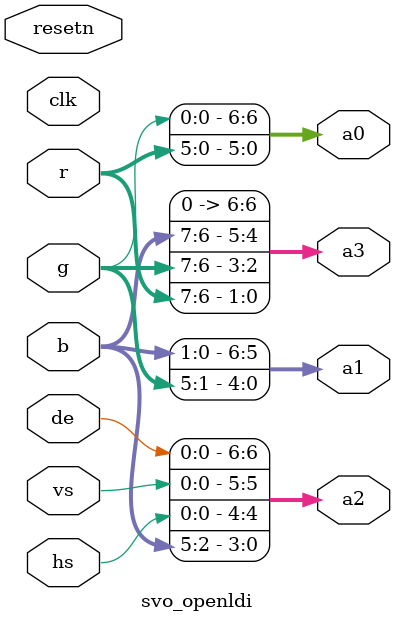
<source format=v>
/*
 *  SVO - Simple Video Out FPGA Core
 *
 *  Copyright (C) 2014  Clifford Wolf <clifford@clifford.at>
 *  
 *  Permission to use, copy, modify, and/or distribute this software for any
 *  purpose with or without fee is hereby granted, provided that the above
 *  copyright notice and this permission notice appear in all copies.
 *  
 *  THE SOFTWARE IS PROVIDED "AS IS" AND THE AUTHOR DISCLAIMS ALL WARRANTIES
 *  WITH REGARD TO THIS SOFTWARE INCLUDING ALL IMPLIED WARRANTIES OF
 *  MERCHANTABILITY AND FITNESS. IN NO EVENT SHALL THE AUTHOR BE LIABLE FOR
 *  ANY SPECIAL, DIRECT, INDIRECT, OR CONSEQUENTIAL DAMAGES OR ANY DAMAGES
 *  WHATSOEVER RESULTING FROM LOSS OF USE, DATA OR PROFITS, WHETHER IN AN
 *  ACTION OF CONTRACT, NEGLIGENCE OR OTHER TORTIOUS ACTION, ARISING OUT OF
 *  OR IN CONNECTION WITH THE USE OR PERFORMANCE OF THIS SOFTWARE.
 *
 */

`timescale 1ns / 1ps
`include "svo_defines.vh"

module svo_openldi (
	input clk, resetn,
	input de, vs, hs,
	input [7:0] r, g, b,
	output [6:0] a0, a1, a2, a3
);
	assign a0 = {g[0], r[5], r[4], r[3], r[2], r[1], r[0]};
	assign a1 = {b[1], b[0], g[5], g[4], g[3], g[2], g[1]};
	assign a2 = {  de,   vs,   hs, b[5], b[4], b[3], b[2]};
	assign a3 = {   0, b[7], b[6], g[7], g[6], r[7], r[6]};
endmodule

</source>
